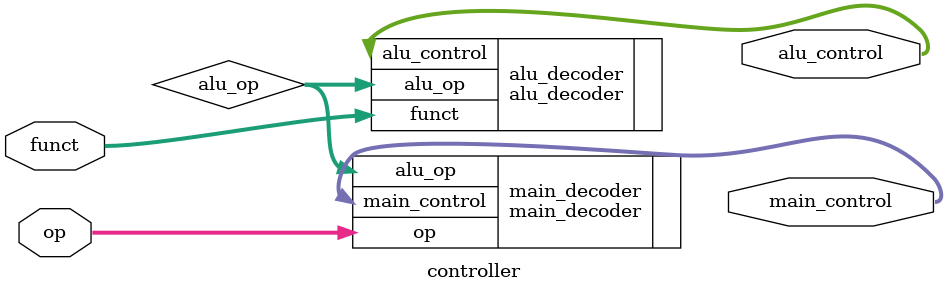
<source format=v>
`timescale 1ns / 1ps


module controller(
	input [5:0] op,
	input [5:0] funct,
	output [6:0] main_control,
	output [2:0] alu_control
    );
	
	wire [1:0] alu_op;

	main_decoder main_decoder(
		.op(op),

		.main_control(main_control),
		.alu_op(alu_op)
	);

	alu_decoder alu_decoder(
		.funct(funct),
		.alu_op(alu_op),

		.alu_control(alu_control)
	);

endmodule

</source>
